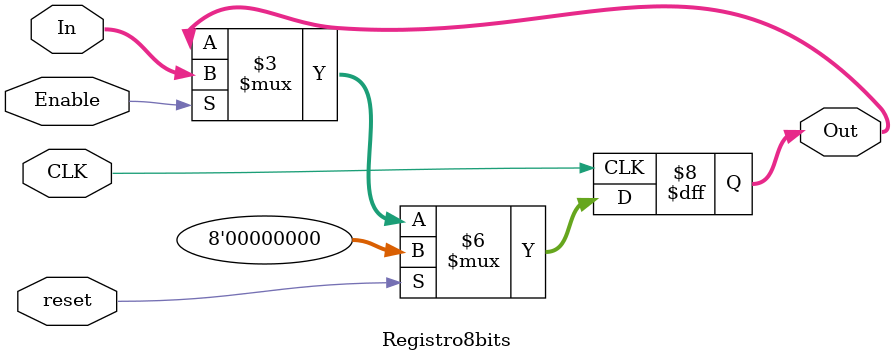
<source format=v>
`timescale 1ns / 1ps
module Registro8bits  #(parameter Width = 8)
(CLK, reset, Enable, In, Out);

	 input CLK, reset, Enable;
	 input signed [Width-1:0] In;
	 output reg signed [Width-1:0] Out = 0;
	 
	 always @(posedge CLK)
      if (reset) begin
          Out <= 0;
      end else if (Enable) begin
         Out <= In;
      end


endmodule

</source>
